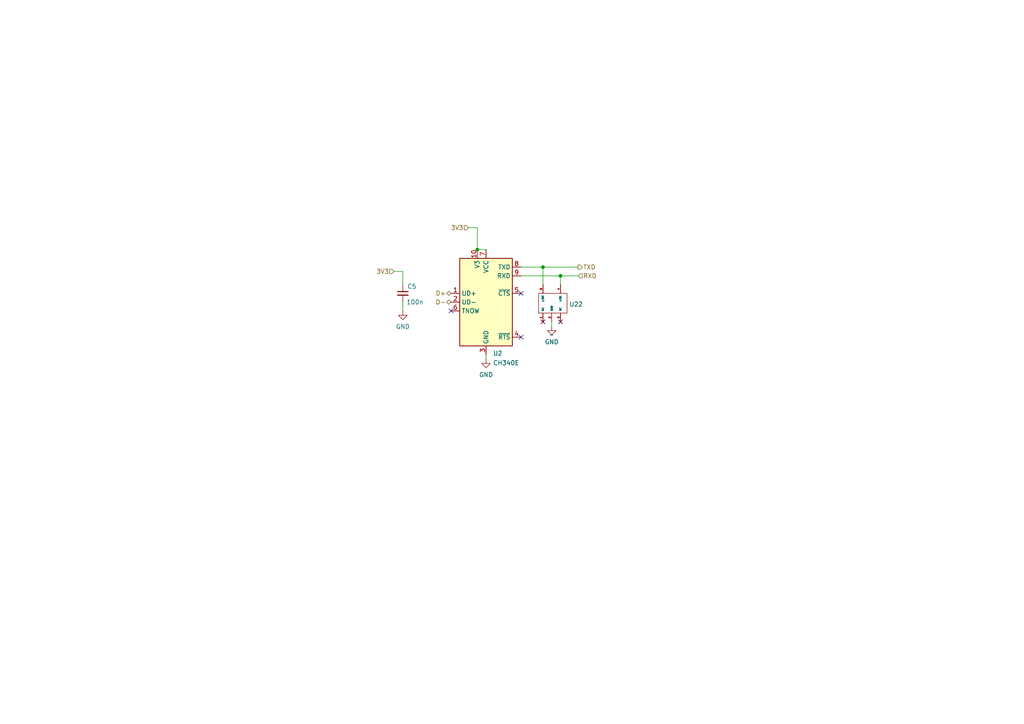
<source format=kicad_sch>
(kicad_sch (version 20230121) (generator eeschema)
  (paper "A4")
  (lib_symbols
    (symbol "Device:C_Small" (pin_numbers hide) (pin_names (offset 0.254) hide)
      (property "Reference" "C" (at 0.254 1.778 0))
      (property "Value" "C_Small" (at 0.254 -2.032 0))
      (symbol "C_Small_0_1"
        (polyline (pts (xy -1.524 -0.508) (xy 1.524 -0.508)) (stroke (width 0.3302)))
        (polyline (pts (xy -1.524 0.508) (xy 1.524 0.508)) (stroke (width 0.3048)))
      )
      (symbol "C_Small_1_1"
        (pin passive line (at 0 2.54 270) (length 2.032) (name "~") (number "1"))
        (pin passive line (at 0 -2.54 90) (length 2.032) (name "~") (number "2"))
      )
    )
    (symbol "Extra IC:ESDS314"
      (property "Reference" "U" (at 0 -7.62 0))
      (symbol "ESDS314_0_1"
        (rectangle (start -4.445 2.54) (end 3.81 -3.175))
      )
      (symbol "ESDS314_1_1"
        (pin no_connect line (at 2.54 5.08 270) (length 2.54) (name "NC") (number "1"))
        (pin power_out line (at 0 5.08 270) (length 2.54) (name "GND") (number "2"))
        (pin no_connect line (at -2.54 5.08 270) (length 2.54) (name "NC") (number "3"))
        (pin bidirectional line (at -2.54 -5.715 90) (length 2.54) (name "I/O1") (number "4"))
        (pin bidirectional line (at 2.54 -5.715 90) (length 2.54) (name "I/O2") (number "5"))
      )
    )
    (symbol "Interface_USB:CH340E"
      (property "Reference" "U" (at -5.08 13.97 0))
      (property "Value" "CH340E" (at 1.27 13.97 0))
      (symbol "CH340E_0_1"
        (rectangle (start -7.62 12.7) (end 7.62 -12.7) (stroke (width 0.254)) (fill (type background)))
      )
      (symbol "CH340E_1_1"
        (pin bidirectional line (at -10.16 2.54 0) (length 2.54) (name "UD+") (number "1"))
        (pin passive line (at -2.54 15.24 270) (length 2.54) (name "V3") (number "10"))
        (pin bidirectional line (at -10.16 0 0) (length 2.54) (name "UD-") (number "2"))
        (pin power_in line (at 0 -15.24 90) (length 2.54) (name "GND") (number "3"))
        (pin output line (at 10.16 -10.16 180) (length 2.54) (name "~{RTS}") (number "4"))
        (pin input line (at 10.16 2.54 180) (length 2.54) (name "~{CTS}") (number "5"))
        (pin output line (at -10.16 -2.54 0) (length 2.54) (name "TNOW") (number "6"))
        (pin power_in line (at 0 15.24 270) (length 2.54) (name "VCC") (number "7"))
        (pin output line (at 10.16 10.16 180) (length 2.54) (name "TXD") (number "8"))
        (pin input line (at 10.16 7.62 180) (length 2.54) (name "RXD") (number "9"))
      )
    )
    (symbol "power:GND" (power) (pin_names (offset 0))
      (property "Value" "GND" (at 0 -3.81 0))
      (symbol "GND_0_1"
        (polyline (pts (xy 0 0) (xy 0 -1.27) (xy 1.27 -1.27) (xy 0 -2.54) (xy -1.27 -1.27) (xy 0 -1.27)))
      )
      (symbol "GND_1_1"
        (pin power_in line (at 0 0 270) (length 0) hide (name "GND") (number "1"))
      )
    )
  )
  (junction (at 157.48 77.47))
  (junction (at 138.43 72.39))
  (junction (at 162.56 80.01))
  (no_connect (at 151.13 85.09))
  (no_connect (at 151.13 97.79))
  (no_connect (at 162.56 93.345))
  (no_connect (at 130.81 90.17))
  (no_connect (at 157.48 93.345))
  (wire (pts (xy 167.64 77.47) (xy 157.48 77.47)))
  (wire (pts (xy 160.02 94.615) (xy 160.02 93.345)))
  (wire (pts (xy 138.43 72.39) (xy 140.97 72.39)))
  (wire (pts (xy 167.64 80.01) (xy 162.56 80.01)))
  (wire (pts (xy 135.89 66.04) (xy 138.43 66.04)))
  (wire (pts (xy 138.43 66.04) (xy 138.43 72.39)))
  (wire (pts (xy 162.56 80.01) (xy 151.13 80.01)))
  (wire (pts (xy 116.84 87.63) (xy 116.84 90.17)))
  (wire (pts (xy 157.48 77.47) (xy 151.13 77.47)))
  (wire (pts (xy 162.56 80.01) (xy 162.56 82.55)))
  (wire (pts (xy 114.3 78.74) (xy 116.84 78.74)))
  (wire (pts (xy 140.97 102.87) (xy 140.97 104.14)))
  (wire (pts (xy 116.84 78.74) (xy 116.84 82.55)))
  (wire (pts (xy 157.48 77.47) (xy 157.48 82.55)))
  (hierarchical_label "D-" (shape bidirectional) (at 130.81 87.63 180))
  (hierarchical_label "RXD" (shape input) (at 167.64 80.01 0))
  (hierarchical_label "3V3" (shape input) (at 114.3 78.74 180))
  (hierarchical_label "D+" (shape bidirectional) (at 130.81 85.09 180))
  (hierarchical_label "3V3" (shape input) (at 135.89 66.04 180))
  (hierarchical_label "TXD" (shape output) (at 167.64 77.47 0))
  (symbol (lib_id "power:GND") (at 160.02 94.615 0) (unit 1)
    (property "Reference" "#PWR097" (effects hide))
    (property "Value" "GND" (at 160.02 99.1775 0))
  )
  (symbol (lib_id "Extra IC:ESDS314") (at 160.02 88.265 180) (unit 1)
    (property "Reference" "U22" (at 165.1 88.2643 0) (effects (justify right)))
    (property "Value" "~" (at 160.02 97.155 0))
    (property "Footprint" "Package_TO_SOT_SMD:SOT-23-5" (effects hide))
    (instances (project "MainBoard" (path "" (reference "U22") (unit 1))) (project "USB2XXX" (path "" (reference "U9") (unit 1))))
  )
  (symbol (lib_id "Device:C_Small") (at 116.84 85.09 0) (mirror y) (unit 1)
    (property "Reference" "C5" (at 118.11 83.058 0) (effects (justify right)))
    (property "Value" "100n" (at 117.856 87.63 0) (effects (justify right)))
    (property "Footprint" "Capacitor_SMD:C_0603_1608Metric" (effects hide))
  )
  (symbol (lib_id "power:GND") (at 116.84 90.17 0) (unit 1)
    (property "Reference" "#PWR014" (effects hide))
    (property "Value" "GND" (at 116.84 94.7325 0))
  )
  (symbol (lib_id "Interface_USB:CH340E") (at 140.97 87.63 0) (unit 1)
    (property "Reference" "U2" (at 142.9894 102.4795 0) (effects (justify left)))
    (property "Value" "CH340E" (at 142.9894 105.2546 0) (effects (justify left)))
    (property "Footprint" "Package_SO:MSOP-10_3x3mm_P0.5mm" (effects hide))
    (property "Datasheet" "https://www.mpja.com/download/35227cpdata.pdf" (effects hide))
  )
  (symbol (lib_id "power:GND") (at 140.97 104.14 0) (unit 1)
    (property "Reference" "#PWR015" (effects hide))
    (property "Value" "GND" (at 140.97 108.7025 0))
  )
)
</source>
